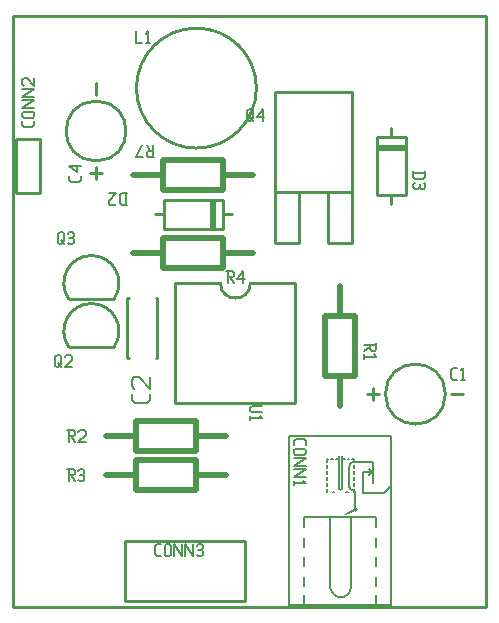
<source format=gto>
G04 start of page 13 for group -4079 idx -4079 *
G04 Title: (unknown), topsilk *
G04 Creator: pcb 20110918 *
G04 CreationDate: Tue 15 Sep 2015 17:39:26 GMT UTC *
G04 For: ksarkies *
G04 Format: Gerber/RS-274X *
G04 PCB-Dimensions: 157480 196850 *
G04 PCB-Coordinate-Origin: lower left *
%MOIN*%
%FSLAX25Y25*%
%LNTOPSILK*%
%ADD202C,0.0060*%
%ADD201C,0.0200*%
%ADD200C,0.0100*%
G54D200*X0Y196850D02*Y0D01*
X157480D01*
X0Y196850D02*X157480D01*
Y0D02*Y196850D01*
X41000Y172850D02*G75*G03X41000Y172850I20000J0D01*G01*
X1000Y137850D02*X9000D01*
Y155850D02*Y137850D01*
X1000Y155850D02*X9000D01*
X1000D02*Y137850D01*
X69755Y135704D02*Y125996D01*
Y130850D02*X72750D01*
X50245Y125996D02*X69755D01*
X50245Y135704D02*Y125996D01*
X47250Y130850D02*X50245D01*
Y135704D02*X69755D01*
X66755D02*Y125996D01*
X66255Y135704D02*Y125996D01*
X65755Y135704D02*Y125996D01*
G54D201*X50000Y138850D02*X70000D01*
X50000Y148850D02*Y138850D01*
Y148850D02*X70000D01*
Y138850D01*
Y143850D02*X80000D01*
X40000D02*X50000D01*
G54D200*X27559Y146543D02*Y142543D01*
X25559Y144543D02*X29559D01*
X27559Y174543D02*Y170543D01*
Y148543D02*G75*G03X27559Y148543I0J10000D01*G01*
G54D201*X50000Y122850D02*X70000D01*
Y112850D01*
X50000D02*X70000D01*
X50000Y122850D02*Y112850D01*
X40000Y117850D02*X50000D01*
X70000D02*X80000D01*
G54D200*X87205Y138054D02*X112795D01*
X104922D02*Y121322D01*
X112796D01*
Y138053D02*X112795Y138054D01*
X87205Y121322D02*X95079D01*
Y138054D02*Y121322D01*
X87205Y171519D02*Y121322D01*
X112796Y171518D02*Y121322D01*
Y171518D02*X112795Y171519D01*
X87205D02*X112795D01*
X121146Y156605D02*X130854D01*
X126000Y159600D02*Y156605D01*
X130854D02*Y137095D01*
X121146D02*X130854D01*
X126000D02*Y134100D01*
X121146Y156605D02*Y137095D01*
Y153605D02*X130854D01*
X121146Y153105D02*X130854D01*
X121146Y152605D02*X130854D01*
X118000Y70850D02*X122000D01*
X120000Y72850D02*Y68850D01*
X146000Y70850D02*X150000D01*
X124000D02*G75*G03X124000Y70850I10000J0D01*G01*
G54D201*X114000Y96850D02*Y76850D01*
X104000D02*X114000D01*
X104000Y96850D02*Y76850D01*
Y96850D02*X114000D01*
X109000Y106850D02*Y96850D01*
Y76850D02*Y66850D01*
G54D202*X126000Y57050D02*Y550D01*
X92000Y57050D02*X126000D01*
X92000D02*Y550D01*
X126000D01*
X121000Y4050D02*Y550D01*
X97000Y4050D02*Y550D01*
Y29850D02*X121000D01*
X97000Y29750D02*Y26550D01*
X121000Y29750D02*Y26550D01*
Y23050D02*Y20050D01*
X97000Y23050D02*Y20050D01*
Y16550D02*Y13550D01*
X121000Y16550D02*Y13550D01*
Y10050D02*Y7050D01*
X97000Y10050D02*Y7050D01*
X105500Y29850D02*Y6650D01*
X112500Y29850D02*Y6350D01*
X119500Y44850D02*X118500Y43850D01*
X108500Y50350D02*Y39350D01*
X114000Y37850D02*Y32350D01*
X111000Y38350D02*X111500D01*
X113500Y48350D02*X120000D01*
Y41350D01*
X116500Y44850D02*X119500D01*
X116500D02*Y37850D01*
X123500D01*
X126000Y40350D01*
X119500Y44850D02*X118500Y45850D01*
X109500Y50350D02*Y39350D01*
X114000Y32350D02*X111000Y30850D01*
X113500Y43350D02*Y42350D01*
X109500Y49350D02*X110500D01*
X107500D02*X108500D01*
X106000D02*X106500D01*
X104500D02*X105000D01*
X104500D02*Y48350D01*
Y47350D02*Y46350D01*
Y45350D02*Y44350D01*
Y43350D02*Y42350D01*
Y41350D02*Y40350D01*
Y39350D02*Y38350D01*
X113500Y45350D02*Y44350D01*
Y39350D02*Y38350D01*
Y41350D02*Y40350D01*
X111500Y49350D02*X112000D01*
X113000D02*X113500D01*
Y48350D01*
Y47350D02*Y46350D01*
X106500Y38350D02*X107000D01*
X112000Y46850D02*Y39850D01*
X109000Y3050D02*G75*G03X112500Y6550I0J3500D01*G01*
X105500Y7050D02*G75*G03X109500Y3050I4000J0D01*G01*
X108500Y39350D02*G75*G03X109000Y38850I500J0D01*G01*
Y38852D02*G75*G03X109500Y39352I0J500D01*G01*
X114000Y32850D02*G75*G03X113500Y32350I0J-500D01*G01*
Y32351D02*G75*G03X114001Y31850I501J0D01*G01*
X114000Y37850D02*G75*G03X113000Y38850I-1000J0D01*G01*
X114500Y32350D02*G75*G03X114000Y32850I-500J0D01*G01*
X113999Y31850D02*G75*G03X114500Y32351I0J501D01*G01*
X113500Y48351D02*G75*G03X112000Y46851I0J-1500D01*G01*
Y39850D02*G75*G03X113000Y38850I1000J0D01*G01*
G54D200*X37244Y1811D02*Y21811D01*
X77244Y1811D02*X37244D01*
X77244Y21811D02*Y1811D01*
X37244Y21811D02*X77244D01*
G54D201*X41000Y48850D02*X61000D01*
Y38850D01*
X41000D02*X61000D01*
X41000Y48850D02*Y38850D01*
X31000Y43850D02*X41000D01*
X61000D02*X71000D01*
X41000Y61850D02*X61000D01*
Y51850D01*
X41000D02*X61000D01*
X41000Y61850D02*Y51850D01*
X31000Y56850D02*X41000D01*
X61000D02*X71000D01*
G54D200*X33600Y102650D02*X18400D01*
X33627Y102705D02*G75*G03X18373Y102705I-7627J5145D01*G01*
X18400Y86650D02*X33600D01*
X33627Y86705D02*G75*G03X18373Y86705I-7627J5145D01*G01*
X54000Y107850D02*Y67850D01*
X94000D01*
Y107850D02*Y67850D01*
X54000Y107850D02*X69000D01*
X79000D02*X94000D01*
X69000D02*G75*G03X79000Y107850I5000J0D01*G01*
X38000Y102850D02*X38500D01*
X38000D02*Y82850D01*
X38500D01*
X47500D02*X48000D01*
Y102850D02*Y82850D01*
X47500Y102850D02*X48000D01*
G54D202*X41000Y191850D02*Y187850D01*
X43000D01*
X44200Y191050D02*X45000Y191850D01*
Y187850D01*
X44200D02*X45700D01*
X78000Y165350D02*Y162350D01*
Y165350D02*X78500Y165850D01*
X79500D01*
X80000Y165350D01*
Y162850D01*
X79000Y161850D02*X80000Y162850D01*
X78500Y161850D02*X79000D01*
X78000Y162350D02*X78500Y161850D01*
X79000Y163350D02*X80000Y161850D01*
X81200Y163350D02*X83200Y165850D01*
X81200Y163350D02*X83700D01*
X83200Y165850D02*Y161850D01*
X15000Y124350D02*Y121350D01*
Y124350D02*X15500Y124850D01*
X16500D01*
X17000Y124350D01*
Y121850D01*
X16000Y120850D02*X17000Y121850D01*
X15500Y120850D02*X16000D01*
X15000Y121350D02*X15500Y120850D01*
X16000Y122350D02*X17000Y120850D01*
X18200Y124350D02*X18700Y124850D01*
X19700D01*
X20200Y124350D01*
X19700Y120850D02*X20200Y121350D01*
X18700Y120850D02*X19700D01*
X18200Y121350D02*X18700Y120850D01*
Y123050D02*X19700D01*
X20200Y124350D02*Y123550D01*
Y122550D02*Y121350D01*
Y122550D02*X19700Y123050D01*
X20200Y123550D02*X19700Y123050D01*
X7000Y161850D02*Y160550D01*
X6300Y159850D02*X7000Y160550D01*
X3700Y159850D02*X6300D01*
X3700D02*X3000Y160550D01*
Y161850D02*Y160550D01*
X3500Y163050D02*X6500D01*
X3500D02*X3000Y163550D01*
Y164550D02*Y163550D01*
Y164550D02*X3500Y165050D01*
X6500D01*
X7000Y164550D02*X6500Y165050D01*
X7000Y164550D02*Y163550D01*
X6500Y163050D02*X7000Y163550D01*
X3000Y166250D02*X7000D01*
X3000D02*X7000Y168750D01*
X3000D02*X7000D01*
X3000Y169950D02*X7000D01*
X3000D02*X7000Y172450D01*
X3000D02*X7000D01*
X3500Y173650D02*X3000Y174150D01*
Y175650D02*Y174150D01*
Y175650D02*X3500Y176150D01*
X4500D01*
X7000Y173650D02*X4500Y176150D01*
X7000D02*Y173650D01*
X37500Y137850D02*Y133850D01*
X36200D02*X35500Y134550D01*
Y137150D02*Y134550D01*
X36200Y137850D02*X35500Y137150D01*
X36200Y137850D02*X38000D01*
X36200Y133850D02*X38000D01*
X34300Y134350D02*X33800Y133850D01*
X32300D02*X33800D01*
X32300D02*X31800Y134350D01*
Y135350D02*Y134350D01*
X34300Y137850D02*X31800Y135350D01*
Y137850D02*X34300D01*
X45000Y149850D02*X47000D01*
X45000D02*X44500Y150350D01*
Y151350D02*Y150350D01*
X45000Y151850D02*X44500Y151350D01*
X45000Y151850D02*X46500D01*
Y153850D02*Y149850D01*
X45700Y151850D02*X44500Y153850D01*
X42800D02*X40800Y149850D01*
X43300D01*
X22559Y143543D02*Y142243D01*
X21859Y141543D02*X22559Y142243D01*
X19259Y141543D02*X21859D01*
X19259D02*X18559Y142243D01*
Y143543D02*Y142243D01*
X21059Y144743D02*X18559Y146743D01*
X21059Y147243D02*Y144743D01*
X18559Y146743D02*X22559D01*
X133276Y144570D02*X137276D01*
Y143270D02*X136576Y142570D01*
X133976D02*X136576D01*
X133276Y143270D02*X133976Y142570D01*
X133276Y145070D02*Y143270D01*
X137276Y145070D02*Y143270D01*
X136776Y141370D02*X137276Y140870D01*
Y139870D01*
X136776Y139370D01*
X133276Y139870D02*X133776Y139370D01*
X133276Y140870D02*Y139870D01*
X133776Y141370D02*X133276Y140870D01*
X135476D02*Y139870D01*
X135976Y139370D02*X136776D01*
X133776D02*X134976D01*
X135476Y139870D01*
X135976Y139370D02*X135476Y139870D01*
X121000Y87850D02*Y85850D01*
X120500Y85350D01*
X119500D02*X120500D01*
X119000Y85850D02*X119500Y85350D01*
X119000Y87350D02*Y85850D01*
X117000Y87350D02*X121000D01*
X119000Y86550D02*X117000Y85350D01*
X120200Y84150D02*X121000Y83350D01*
X117000D02*X121000D01*
X117000Y84150D02*Y82650D01*
X93500Y55150D02*Y53850D01*
X94200Y55850D02*X93500Y55150D01*
X94200Y55850D02*X96800D01*
X97500Y55150D01*
Y53850D01*
X94000Y52650D02*X97000D01*
X97500Y52150D01*
Y51150D01*
X97000Y50650D01*
X94000D02*X97000D01*
X93500Y51150D02*X94000Y50650D01*
X93500Y52150D02*Y51150D01*
X94000Y52650D02*X93500Y52150D01*
Y49450D02*X97500D01*
X93500Y46950D01*
X97500D01*
X93500Y45750D02*X97500D01*
X93500Y43250D01*
X97500D01*
X96700Y42050D02*X97500Y41250D01*
X93500D02*X97500D01*
X93500Y42050D02*Y40550D01*
X47944Y16811D02*X49244D01*
X47244Y17511D02*X47944Y16811D01*
X47244Y20111D02*Y17511D01*
Y20111D02*X47944Y20811D01*
X49244D01*
X50444Y20311D02*Y17311D01*
Y20311D02*X50944Y20811D01*
X51944D01*
X52444Y20311D01*
Y17311D01*
X51944Y16811D02*X52444Y17311D01*
X50944Y16811D02*X51944D01*
X50444Y17311D02*X50944Y16811D01*
X53644Y20811D02*Y16811D01*
Y20811D02*X56144Y16811D01*
Y20811D02*Y16811D01*
X57344Y20811D02*Y16811D01*
Y20811D02*X59844Y16811D01*
Y20811D02*Y16811D01*
X61044Y20311D02*X61544Y20811D01*
X62544D01*
X63044Y20311D01*
X62544Y16811D02*X63044Y17311D01*
X61544Y16811D02*X62544D01*
X61044Y17311D02*X61544Y16811D01*
Y19011D02*X62544D01*
X63044Y20311D02*Y19511D01*
Y18511D02*Y17311D01*
Y18511D02*X62544Y19011D01*
X63044Y19511D02*X62544Y19011D01*
X18000Y45850D02*X20000D01*
X20500Y45350D01*
Y44350D01*
X20000Y43850D02*X20500Y44350D01*
X18500Y43850D02*X20000D01*
X18500Y45850D02*Y41850D01*
X19300Y43850D02*X20500Y41850D01*
X21700Y45350D02*X22200Y45850D01*
X23200D01*
X23700Y45350D01*
X23200Y41850D02*X23700Y42350D01*
X22200Y41850D02*X23200D01*
X21700Y42350D02*X22200Y41850D01*
Y44050D02*X23200D01*
X23700Y45350D02*Y44550D01*
Y43550D02*Y42350D01*
Y43550D02*X23200Y44050D01*
X23700Y44550D02*X23200Y44050D01*
X18000Y58850D02*X20000D01*
X20500Y58350D01*
Y57350D01*
X20000Y56850D02*X20500Y57350D01*
X18500Y56850D02*X20000D01*
X18500Y58850D02*Y54850D01*
X19300Y56850D02*X20500Y54850D01*
X21700Y58350D02*X22200Y58850D01*
X23700D01*
X24200Y58350D01*
Y57350D01*
X21700Y54850D02*X24200Y57350D01*
X21700Y54850D02*X24200D01*
X71000Y111850D02*X73000D01*
X73500Y111350D01*
Y110350D01*
X73000Y109850D02*X73500Y110350D01*
X71500Y109850D02*X73000D01*
X71500Y111850D02*Y107850D01*
X72300Y109850D02*X73500Y107850D01*
X74700Y109350D02*X76700Y111850D01*
X74700Y109350D02*X77200D01*
X76700Y111850D02*Y107850D01*
X14000Y83350D02*Y80350D01*
Y83350D02*X14500Y83850D01*
X15500D01*
X16000Y83350D01*
Y80850D01*
X15000Y79850D02*X16000Y80850D01*
X14500Y79850D02*X15000D01*
X14000Y80350D02*X14500Y79850D01*
X15000Y81350D02*X16000Y79850D01*
X17200Y83350D02*X17700Y83850D01*
X19200D01*
X19700Y83350D01*
Y82350D01*
X17200Y79850D02*X19700Y82350D01*
X17200Y79850D02*X19700D01*
X146600Y75550D02*X147900D01*
X145900Y76250D02*X146600Y75550D01*
X145900Y78850D02*Y76250D01*
Y78850D02*X146600Y79550D01*
X147900D01*
X149100Y78750D02*X149900Y79550D01*
Y75550D01*
X149100D02*X150600D01*
X79500Y66850D02*X83000D01*
X79500D02*X79000Y66350D01*
Y65350D01*
X79500Y64850D01*
X83000D01*
X82200Y63650D02*X83000Y62850D01*
X79000D02*X83000D01*
X79000Y63650D02*Y62150D01*
X45500Y70850D02*Y68900D01*
X44450Y67850D02*X45500Y68900D01*
X40550Y67850D02*X44450D01*
X40550D02*X39500Y68900D01*
Y70850D02*Y68900D01*
X40250Y72650D02*X39500Y73400D01*
Y75650D02*Y73400D01*
Y75650D02*X40250Y76400D01*
X41750D01*
X45500Y72650D02*X41750Y76400D01*
X45500D02*Y72650D01*
M02*

</source>
